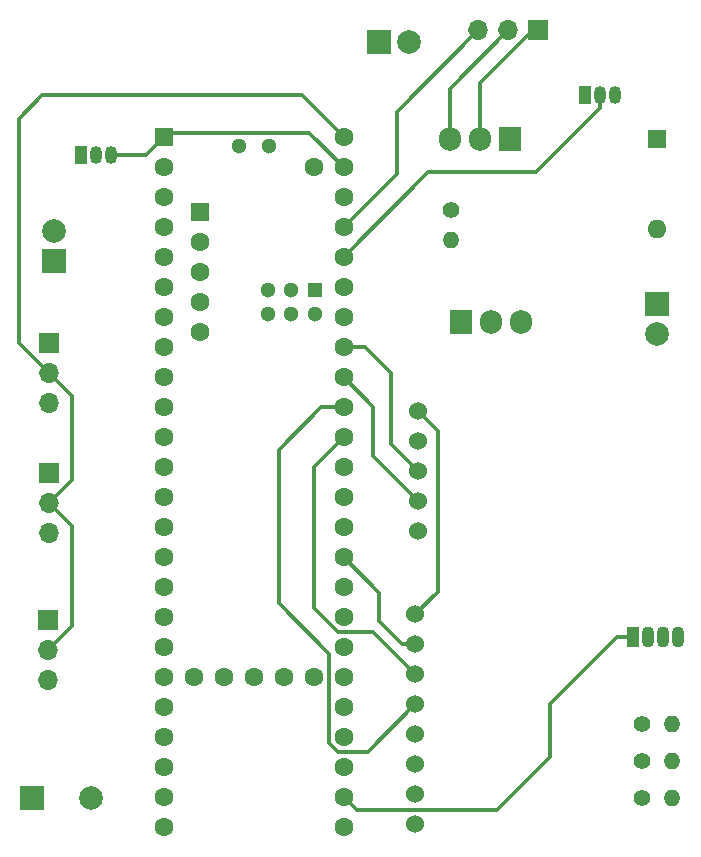
<source format=gbr>
%TF.GenerationSoftware,KiCad,Pcbnew,8.0.2*%
%TF.CreationDate,2024-06-20T15:08:29+01:00*%
%TF.ProjectId,dadaelus v0.3,64616461-656c-4757-9320-76302e332e6b,rev?*%
%TF.SameCoordinates,Original*%
%TF.FileFunction,Copper,L2,Bot*%
%TF.FilePolarity,Positive*%
%FSLAX46Y46*%
G04 Gerber Fmt 4.6, Leading zero omitted, Abs format (unit mm)*
G04 Created by KiCad (PCBNEW 8.0.2) date 2024-06-20 15:08:29*
%MOMM*%
%LPD*%
G01*
G04 APERTURE LIST*
%TA.AperFunction,ComponentPad*%
%ADD10R,1.050000X1.500000*%
%TD*%
%TA.AperFunction,ComponentPad*%
%ADD11O,1.050000X1.500000*%
%TD*%
%TA.AperFunction,ComponentPad*%
%ADD12C,2.000000*%
%TD*%
%TA.AperFunction,ComponentPad*%
%ADD13R,2.000000X2.000000*%
%TD*%
%TA.AperFunction,ComponentPad*%
%ADD14R,1.700000X1.700000*%
%TD*%
%TA.AperFunction,ComponentPad*%
%ADD15O,1.700000X1.700000*%
%TD*%
%TA.AperFunction,ComponentPad*%
%ADD16R,1.905000X2.000000*%
%TD*%
%TA.AperFunction,ComponentPad*%
%ADD17O,1.905000X2.000000*%
%TD*%
%TA.AperFunction,ComponentPad*%
%ADD18R,1.600000X1.600000*%
%TD*%
%TA.AperFunction,ComponentPad*%
%ADD19O,1.600000X1.600000*%
%TD*%
%TA.AperFunction,ComponentPad*%
%ADD20C,1.400000*%
%TD*%
%TA.AperFunction,ComponentPad*%
%ADD21O,1.400000X1.400000*%
%TD*%
%TA.AperFunction,ComponentPad*%
%ADD22R,1.070000X1.800000*%
%TD*%
%TA.AperFunction,ComponentPad*%
%ADD23O,1.070000X1.800000*%
%TD*%
%TA.AperFunction,ComponentPad*%
%ADD24C,1.600000*%
%TD*%
%TA.AperFunction,ComponentPad*%
%ADD25R,1.300000X1.300000*%
%TD*%
%TA.AperFunction,ComponentPad*%
%ADD26C,1.300000*%
%TD*%
%TA.AperFunction,ComponentPad*%
%ADD27C,1.524000*%
%TD*%
%TA.AperFunction,Conductor*%
%ADD28C,0.350000*%
%TD*%
G04 APERTURE END LIST*
D10*
%TO.P,Q2,1,D*%
%TO.N,Net-(J7-Pin_2)*%
X171460000Y-68000000D03*
D11*
%TO.P,Q2,2,G*%
%TO.N,Net-(Q2-G)*%
X172730000Y-68000000D03*
%TO.P,Q2,3,S*%
%TO.N,GND*%
X174000000Y-68000000D03*
%TD*%
D12*
%TO.P,J7,2,Pin_2*%
%TO.N,Net-(J7-Pin_2)*%
X156500000Y-63500000D03*
D13*
%TO.P,J7,1,Pin_1*%
%TO.N,Net-(J6-Pin_2)*%
X153960000Y-63500000D03*
%TD*%
%TO.P,J6,1,Pin_1*%
%TO.N,Net-(J6-Pin_1)*%
X126500000Y-82040000D03*
D12*
%TO.P,J6,2,Pin_2*%
%TO.N,Net-(J6-Pin_2)*%
X126500000Y-79500000D03*
%TD*%
D14*
%TO.P,J5,1,Pin_1*%
%TO.N,GND*%
X167500000Y-62500000D03*
D15*
%TO.P,J5,2,Pin_2*%
%TO.N,Net-(J1-Pin_2)*%
X164960000Y-62500000D03*
%TO.P,J5,3,Pin_3*%
%TO.N,Net-(J5-Pin_3)*%
X162420000Y-62500000D03*
%TD*%
D14*
%TO.P,J4,1,Pin_1*%
%TO.N,GND*%
X126000000Y-112420000D03*
D15*
%TO.P,J4,2,Pin_2*%
%TO.N,Net-(J1-Pin_2)*%
X126000000Y-114960000D03*
%TO.P,J4,3,Pin_3*%
%TO.N,Net-(J4-Pin_3)*%
X126000000Y-117500000D03*
%TD*%
D16*
%TO.P,U5,1,ADJ/GND*%
%TO.N,Net-(U2-GND)*%
X160981600Y-87190000D03*
D17*
%TO.P,U5,2,OUT*%
%TO.N,Net-(U2-VCC)*%
X163521600Y-87190000D03*
%TO.P,U5,3,IN*%
%TO.N,Net-(U5-IN)*%
X166061600Y-87190000D03*
%TD*%
D14*
%TO.P,J1,1,Pin_1*%
%TO.N,GND*%
X126061600Y-88975000D03*
D15*
%TO.P,J1,2,Pin_2*%
%TO.N,Net-(J1-Pin_2)*%
X126061600Y-91515000D03*
%TO.P,J1,3,Pin_3*%
%TO.N,Net-(J1-Pin_3)*%
X126061600Y-94055000D03*
%TD*%
D18*
%TO.P,SW1,1,A*%
%TO.N,Net-(J6-Pin_2)*%
X177500000Y-71700000D03*
D19*
%TO.P,SW1,2,B*%
%TO.N,+9V*%
X177500000Y-79320000D03*
%TD*%
D20*
%TO.P,R3,1*%
%TO.N,Net-(U1-38_CS1_IN1)*%
X176280000Y-124350000D03*
D21*
%TO.P,R3,2*%
%TO.N,Net-(D1-GK)*%
X178820000Y-124350000D03*
%TD*%
D16*
%TO.P,U4,1,VI*%
%TO.N,Net-(J6-Pin_2)*%
X165061600Y-71690000D03*
D17*
%TO.P,U4,2,GND*%
%TO.N,GND*%
X162521600Y-71690000D03*
%TO.P,U4,3,VO*%
%TO.N,Net-(J1-Pin_2)*%
X159981600Y-71690000D03*
%TD*%
D13*
%TO.P,J3,1,Pin_1*%
%TO.N,+9V*%
X177561600Y-85650000D03*
D12*
%TO.P,J3,2,Pin_2*%
%TO.N,GND*%
X177561600Y-88190000D03*
%TD*%
D14*
%TO.P,J2,1,Pin_1*%
%TO.N,GND*%
X126061600Y-99975000D03*
D15*
%TO.P,J2,2,Pin_2*%
%TO.N,Net-(J1-Pin_2)*%
X126061600Y-102515000D03*
%TO.P,J2,3,Pin_3*%
%TO.N,Net-(J2-Pin_3)*%
X126061600Y-105055000D03*
%TD*%
D22*
%TO.P,D1,1,A*%
%TO.N,Net-(D1-A)*%
X175510000Y-113875000D03*
D23*
%TO.P,D1,2,BK*%
%TO.N,Net-(D1-BK)*%
X176780000Y-113875000D03*
%TO.P,D1,3,GK*%
%TO.N,Net-(D1-GK)*%
X178050000Y-113875000D03*
%TO.P,D1,4,RK*%
%TO.N,Net-(D1-RK)*%
X179320000Y-113875000D03*
%TD*%
D18*
%TO.P,U1,1,GND*%
%TO.N,GND*%
X135760000Y-71530000D03*
D24*
%TO.P,U1,2,0_RX1_CRX2_CS1*%
%TO.N,unconnected-(U1-0_RX1_CRX2_CS1-Pad2)*%
X135760000Y-74070000D03*
%TO.P,U1,3,1_TX1_CTX2_MISO1*%
%TO.N,unconnected-(U1-1_TX1_CTX2_MISO1-Pad3)*%
X135760000Y-76610000D03*
%TO.P,U1,4,2_OUT2*%
%TO.N,unconnected-(U1-2_OUT2-Pad4)*%
X135760000Y-79150000D03*
%TO.P,U1,5,3_LRCLK2*%
%TO.N,Net-(Q1-G)*%
X135760000Y-81690000D03*
%TO.P,U1,6,4_BCLK2*%
%TO.N,unconnected-(U1-4_BCLK2-Pad6)*%
X135760000Y-84230000D03*
%TO.P,U1,7,5_IN2*%
%TO.N,unconnected-(U1-5_IN2-Pad7)*%
X135760000Y-86770000D03*
%TO.P,U1,8,6_OUT1D*%
%TO.N,unconnected-(U1-6_OUT1D-Pad8)*%
X135760000Y-89310000D03*
%TO.P,U1,9,7_RX2_OUT1A*%
%TO.N,unconnected-(U1-7_RX2_OUT1A-Pad9)*%
X135760000Y-91850000D03*
%TO.P,U1,10,8_TX2_IN1*%
%TO.N,unconnected-(U1-8_TX2_IN1-Pad10)*%
X135760000Y-94390000D03*
%TO.P,U1,11,9_OUT1C*%
%TO.N,Net-(J1-Pin_3)*%
X135760000Y-96930000D03*
%TO.P,U1,12,10_CS_MQSR*%
%TO.N,unconnected-(U1-10_CS_MQSR-Pad12)*%
X135760000Y-99470000D03*
%TO.P,U1,13,11_MOSI_CTX1*%
%TO.N,unconnected-(U1-11_MOSI_CTX1-Pad13)*%
X135760000Y-102010000D03*
%TO.P,U1,14,12_MISO_MQSL*%
%TO.N,unconnected-(U1-12_MISO_MQSL-Pad14)*%
X135760000Y-104550000D03*
%TO.P,U1,15,3V3*%
%TO.N,unconnected-(U1-3V3-Pad15)*%
X135760000Y-107090000D03*
%TO.P,U1,16,24_A10_TX6_SCL2*%
%TO.N,Net-(J2-Pin_3)*%
X135760000Y-109630000D03*
%TO.P,U1,17,25_A11_RX6_SDA2*%
%TO.N,unconnected-(U1-25_A11_RX6_SDA2-Pad17)*%
X135760000Y-112170000D03*
%TO.P,U1,18,26_A12_MOSI1*%
%TO.N,unconnected-(U1-26_A12_MOSI1-Pad18)*%
X135760000Y-114710000D03*
%TO.P,U1,19,27_A13_SCK1*%
%TO.N,Net-(J4-Pin_3)*%
X135760000Y-117250000D03*
%TO.P,U1,20,28_RX7*%
%TO.N,unconnected-(U1-28_RX7-Pad20)*%
X135760000Y-119790000D03*
%TO.P,U1,21,29_TX7*%
%TO.N,unconnected-(U1-29_TX7-Pad21)*%
X135760000Y-122330000D03*
%TO.P,U1,22,30_CRX3*%
%TO.N,Net-(BZ1-+)*%
X135760000Y-124870000D03*
%TO.P,U1,23,31_CTX3*%
%TO.N,Net-(BZ1--)*%
X135760000Y-127410000D03*
%TO.P,U1,24,32_OUT1B*%
%TO.N,unconnected-(U1-32_OUT1B-Pad24)*%
X135760000Y-129950000D03*
%TO.P,U1,25,33_MCLK2*%
%TO.N,unconnected-(U1-33_MCLK2-Pad25)*%
X151000000Y-129950000D03*
%TO.P,U1,26,34_RX8*%
%TO.N,Net-(D1-A)*%
X151000000Y-127410000D03*
%TO.P,U1,27,35_TX8*%
%TO.N,unconnected-(U1-35_TX8-Pad27)*%
X151000000Y-124870000D03*
%TO.P,U1,28,36_CS*%
%TO.N,unconnected-(U1-36_CS-Pad28)*%
X151000000Y-122330000D03*
%TO.P,U1,29,37_CS*%
%TO.N,Net-(U1-37_CS)*%
X151000000Y-119790000D03*
%TO.P,U1,30,38_CS1_IN1*%
%TO.N,Net-(U1-38_CS1_IN1)*%
X151000000Y-117250000D03*
%TO.P,U1,31,39_MISO1_OUT1A*%
%TO.N,Net-(U1-39_MISO1_OUT1A)*%
X151000000Y-114710000D03*
%TO.P,U1,32,40_A16*%
%TO.N,unconnected-(U1-40_A16-Pad32)*%
X151000000Y-112170000D03*
%TO.P,U1,33,41_A17*%
%TO.N,unconnected-(U1-41_A17-Pad33)*%
X151000000Y-109630000D03*
%TO.P,U1,34,GND*%
%TO.N,Net-(U2-GND)*%
X151000000Y-107090000D03*
%TO.P,U1,35,13_SCK_LED*%
%TO.N,unconnected-(U1-13_SCK_LED-Pad35)*%
X151000000Y-104550000D03*
%TO.P,U1,36,14_A0_TX3_SPDIF_OUT*%
%TO.N,unconnected-(U1-14_A0_TX3_SPDIF_OUT-Pad36)*%
X151000000Y-102010000D03*
%TO.P,U1,37,15_A1_RX3_SPDIF_IN*%
%TO.N,unconnected-(U1-15_A1_RX3_SPDIF_IN-Pad37)*%
X151000000Y-99470000D03*
%TO.P,U1,38,16_A2_RX4_SCL1*%
%TO.N,Net-(U1-16_A2_RX4_SCL1)*%
X151000000Y-96930000D03*
%TO.P,U1,39,17_A3_TX4_SDA1*%
%TO.N,Net-(U1-17_A3_TX4_SDA1)*%
X151000000Y-94390000D03*
%TO.P,U1,40,18_A4_SDA*%
%TO.N,Net-(U1-18_A4_SDA)*%
X151000000Y-91850000D03*
%TO.P,U1,41,19_A5_SCL*%
%TO.N,Net-(U1-19_A5_SCL)*%
X151000000Y-89310000D03*
%TO.P,U1,42,20_A6_TX5_LRCLK1*%
%TO.N,unconnected-(U1-20_A6_TX5_LRCLK1-Pad42)*%
X151000000Y-86770000D03*
%TO.P,U1,43,21_A7_RX5_BCLK1*%
%TO.N,unconnected-(U1-21_A7_RX5_BCLK1-Pad43)*%
X151000000Y-84230000D03*
%TO.P,U1,44,22_A8_CTX1*%
%TO.N,Net-(Q2-G)*%
X151000000Y-81690000D03*
%TO.P,U1,45,23_A9_CRX1_MCLK1*%
%TO.N,Net-(J5-Pin_3)*%
X151000000Y-79150000D03*
%TO.P,U1,46,3V3*%
%TO.N,unconnected-(U1-3V3-Pad46)*%
X151000000Y-76610000D03*
%TO.P,U1,47,GND*%
%TO.N,GND*%
X151000000Y-74070000D03*
%TO.P,U1,48,VIN*%
%TO.N,Net-(J1-Pin_2)*%
X151000000Y-71530000D03*
%TO.P,U1,49,VUSB*%
%TO.N,unconnected-(U1-VUSB-Pad49)*%
X148460000Y-74070000D03*
%TO.P,U1,50,VBAT*%
%TO.N,unconnected-(U1-VBAT-Pad50)*%
X138300000Y-117250000D03*
%TO.P,U1,51,3V3*%
%TO.N,unconnected-(U1-3V3-Pad51)*%
X140840000Y-117250000D03*
%TO.P,U1,52,GND*%
%TO.N,unconnected-(U1-GND-Pad52)*%
X143380000Y-117250000D03*
%TO.P,U1,53,PROGRAM*%
%TO.N,unconnected-(U1-PROGRAM-Pad53)*%
X145920000Y-117250000D03*
%TO.P,U1,54,ON_OFF*%
%TO.N,unconnected-(U1-ON_OFF-Pad54)*%
X148460000Y-117250000D03*
D18*
%TO.P,U1,55,5V*%
%TO.N,unconnected-(U1-5V-Pad55)*%
X138810800Y-77829200D03*
D24*
%TO.P,U1,56,D-*%
%TO.N,unconnected-(U1-D--Pad56)*%
X138810800Y-80369200D03*
%TO.P,U1,57,D+*%
%TO.N,unconnected-(U1-D+-Pad57)*%
X138810800Y-82909200D03*
%TO.P,U1,58,GND*%
%TO.N,unconnected-(U1-GND-Pad58)*%
X138810800Y-85449200D03*
%TO.P,U1,59,GND*%
%TO.N,unconnected-(U1-GND-Pad59)*%
X138810800Y-87989200D03*
D25*
%TO.P,U1,60,R+*%
%TO.N,unconnected-(U1-R+-Pad60)*%
X148561600Y-84500000D03*
D26*
%TO.P,U1,61,LED*%
%TO.N,unconnected-(U1-LED-Pad61)*%
X146561600Y-84500000D03*
%TO.P,U1,62,T-*%
%TO.N,unconnected-(U1-T--Pad62)*%
X144561600Y-84500000D03*
%TO.P,U1,63,T+*%
%TO.N,unconnected-(U1-T+-Pad63)*%
X144561600Y-86500000D03*
%TO.P,U1,64,GND*%
%TO.N,unconnected-(U1-GND-Pad64)*%
X146561600Y-86500000D03*
%TO.P,U1,65,R-*%
%TO.N,unconnected-(U1-R--Pad65)*%
X148561600Y-86500000D03*
%TO.P,U1,66,D-*%
%TO.N,unconnected-(U1-D--Pad66)*%
X144650000Y-72260000D03*
%TO.P,U1,67,D+*%
%TO.N,unconnected-(U1-D+-Pad67)*%
X142110000Y-72260000D03*
%TD*%
D20*
%TO.P,R1,1*%
%TO.N,Net-(J1-Pin_2)*%
X160061600Y-77690000D03*
D21*
%TO.P,R1,2*%
%TO.N,Net-(U5-IN)*%
X160061600Y-80230000D03*
%TD*%
D27*
%TO.P,U2,1,VCC*%
%TO.N,Net-(U2-VCC)*%
X157338600Y-94737000D03*
%TO.P,U2,2,GND*%
%TO.N,Net-(U2-GND)*%
X157338600Y-97277000D03*
%TO.P,U2,3,SCL*%
%TO.N,Net-(U1-19_A5_SCL)*%
X157338600Y-99817000D03*
%TO.P,U2,4,SDA*%
%TO.N,Net-(U1-18_A4_SDA)*%
X157338600Y-102357000D03*
%TO.P,U2,5,3.3*%
%TO.N,unconnected-(U2-3.3-Pad5)*%
X157338600Y-104897000D03*
%TD*%
D10*
%TO.P,Q1,1,D*%
%TO.N,Net-(J6-Pin_1)*%
X128791600Y-73050000D03*
D11*
%TO.P,Q1,2,G*%
%TO.N,Net-(Q1-G)*%
X130061600Y-73050000D03*
%TO.P,Q1,3,S*%
%TO.N,GND*%
X131331600Y-73050000D03*
%TD*%
D20*
%TO.P,R4,1*%
%TO.N,Net-(U1-37_CS)*%
X176280000Y-127500000D03*
D21*
%TO.P,R4,2*%
%TO.N,Net-(D1-BK)*%
X178820000Y-127500000D03*
%TD*%
D27*
%TO.P,U3,1,VCC*%
%TO.N,Net-(U2-VCC)*%
X157076600Y-111927000D03*
%TO.P,U3,2,GND*%
%TO.N,Net-(U2-GND)*%
X157076600Y-114467000D03*
%TO.P,U3,3,SCL*%
%TO.N,Net-(U1-16_A2_RX4_SCL1)*%
X157076600Y-117007000D03*
%TO.P,U3,4,SDA*%
%TO.N,Net-(U1-17_A3_TX4_SDA1)*%
X157076600Y-119547000D03*
%TO.P,U3,5,XDA*%
%TO.N,unconnected-(U3-XDA-Pad5)*%
X157076600Y-122087000D03*
%TO.P,U3,6,XCL*%
%TO.N,unconnected-(U3-XCL-Pad6)*%
X157076600Y-124627000D03*
%TO.P,U3,7,ADD*%
%TO.N,unconnected-(U3-ADD-Pad7)*%
X157076600Y-127167000D03*
%TO.P,U3,8,INT*%
%TO.N,unconnected-(U3-INT-Pad8)*%
X157076600Y-129707000D03*
%TD*%
D20*
%TO.P,R2,1*%
%TO.N,Net-(U1-39_MISO1_OUT1A)*%
X176280000Y-121200000D03*
D21*
%TO.P,R2,2*%
%TO.N,Net-(D1-RK)*%
X178820000Y-121200000D03*
%TD*%
D13*
%TO.P,BZ1,1,+*%
%TO.N,Net-(BZ1-+)*%
X124629216Y-127500000D03*
D12*
%TO.P,BZ1,2,-*%
%TO.N,Net-(BZ1--)*%
X129629216Y-127500000D03*
%TD*%
D28*
%TO.N,Net-(U1-17_A3_TX4_SDA1)*%
X153068600Y-123555000D02*
X157076600Y-119547000D01*
X150492588Y-123555000D02*
X153068600Y-123555000D01*
X149775000Y-122837412D02*
X150492588Y-123555000D01*
X145500000Y-111000000D02*
X149775000Y-115275000D01*
X145500000Y-98000000D02*
X145500000Y-111000000D01*
X149110000Y-94390000D02*
X145500000Y-98000000D01*
X149775000Y-115275000D02*
X149775000Y-122837412D01*
X151000000Y-94390000D02*
X149110000Y-94390000D01*
%TO.N,GND*%
X167000000Y-62500000D02*
X167500000Y-62500000D01*
X162521600Y-66978400D02*
X167000000Y-62500000D01*
%TO.N,Net-(J1-Pin_2)*%
X159981600Y-67478400D02*
X159981600Y-67500000D01*
X164960000Y-62500000D02*
X159981600Y-67478400D01*
X159981600Y-67500000D02*
X159981600Y-71690000D01*
%TO.N,Net-(J5-Pin_3)*%
X155500000Y-69420000D02*
X155500000Y-69500000D01*
X155500000Y-69500000D02*
X155500000Y-74650000D01*
X162420000Y-62500000D02*
X155500000Y-69420000D01*
%TO.N,Net-(Q2-G)*%
X167330000Y-74500000D02*
X158190000Y-74500000D01*
X172730000Y-69100000D02*
X167330000Y-74500000D01*
X158190000Y-74500000D02*
X151000000Y-81690000D01*
X172730000Y-68000000D02*
X172730000Y-69100000D01*
%TO.N,Net-(J5-Pin_3)*%
X155500000Y-74650000D02*
X151000000Y-79150000D01*
%TO.N,GND*%
X162521600Y-66978400D02*
X162521600Y-71690000D01*
%TO.N,Net-(J1-Pin_2)*%
X123500000Y-70000000D02*
X123500000Y-88953400D01*
X125500000Y-68000000D02*
X123500000Y-70000000D01*
X147470000Y-68000000D02*
X125500000Y-68000000D01*
X123500000Y-88953400D02*
X126061600Y-91515000D01*
X151000000Y-71530000D02*
X147470000Y-68000000D01*
X128000000Y-112960000D02*
X126000000Y-114960000D01*
X128000000Y-104453400D02*
X128000000Y-112960000D01*
X126061600Y-102515000D02*
X128000000Y-104453400D01*
X128000000Y-100576600D02*
X126061600Y-102515000D01*
X128000000Y-93453400D02*
X128000000Y-100576600D01*
X126061600Y-91515000D02*
X128000000Y-93453400D01*
%TO.N,Net-(U2-GND)*%
X155967000Y-114467000D02*
X157076600Y-114467000D01*
X154000000Y-110090000D02*
X154000000Y-112500000D01*
X151000000Y-107090000D02*
X154000000Y-110090000D01*
X154000000Y-112500000D02*
X155967000Y-114467000D01*
%TO.N,Net-(U1-16_A2_RX4_SCL1)*%
X148500000Y-99430000D02*
X151000000Y-96930000D01*
X148500000Y-111402412D02*
X148500000Y-99430000D01*
X153464600Y-113395000D02*
X150492588Y-113395000D01*
X150492588Y-113395000D02*
X148500000Y-111402412D01*
X157076600Y-117007000D02*
X153464600Y-113395000D01*
%TO.N,Net-(U1-18_A4_SDA)*%
X153500000Y-98518400D02*
X157338600Y-102357000D01*
X153500000Y-94350000D02*
X153500000Y-98518400D01*
X151000000Y-91850000D02*
X153500000Y-94350000D01*
%TO.N,Net-(U1-19_A5_SCL)*%
X156130000Y-98630000D02*
X156151600Y-98630000D01*
X155000000Y-91500000D02*
X155000000Y-97500000D01*
X152810000Y-89310000D02*
X155000000Y-91500000D01*
X156151600Y-98630000D02*
X157338600Y-99817000D01*
X151000000Y-89310000D02*
X152810000Y-89310000D01*
X155000000Y-97500000D02*
X156130000Y-98630000D01*
%TO.N,Net-(U2-VCC)*%
X159000000Y-110003600D02*
X157076600Y-111927000D01*
X159000000Y-96398400D02*
X159000000Y-110003600D01*
X157338600Y-94737000D02*
X159000000Y-96398400D01*
%TO.N,Net-(D1-A)*%
X163980000Y-128520000D02*
X152110000Y-128520000D01*
X174125000Y-113875000D02*
X168500000Y-119500000D01*
X175510000Y-113875000D02*
X174125000Y-113875000D01*
X168500000Y-119500000D02*
X168500000Y-124000000D01*
X168500000Y-124000000D02*
X163980000Y-128520000D01*
X152110000Y-128520000D02*
X151000000Y-127410000D01*
%TO.N,GND*%
X148115000Y-71185000D02*
X151000000Y-74070000D01*
X136105000Y-71185000D02*
X148115000Y-71185000D01*
X135760000Y-71530000D02*
X136105000Y-71185000D01*
X134240000Y-73050000D02*
X135760000Y-71530000D01*
X131331600Y-73050000D02*
X134240000Y-73050000D01*
%TO.N,unconnected-(U1-4_BCLK2-Pad6)*%
X135710000Y-83730000D02*
X135760000Y-83680000D01*
%TO.N,Net-(J1-Pin_2)*%
X159981600Y-77610000D02*
X160061600Y-77690000D01*
X159981600Y-71690000D02*
X159981600Y-72518400D01*
%TD*%
M02*

</source>
